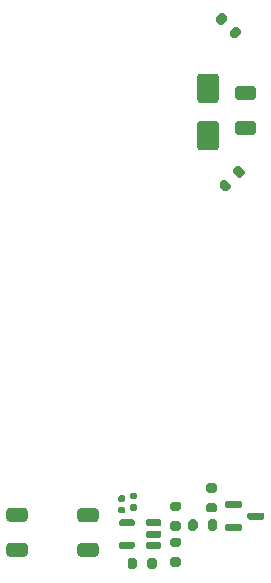
<source format=gbr>
G04 #@! TF.GenerationSoftware,KiCad,Pcbnew,9.0.1+1*
G04 #@! TF.CreationDate,2025-10-07T10:16:08+00:00*
G04 #@! TF.ProjectId,c64psu,63363470-7375-42e6-9b69-6361645f7063,rev?*
G04 #@! TF.SameCoordinates,Original*
G04 #@! TF.FileFunction,Paste,Bot*
G04 #@! TF.FilePolarity,Positive*
%FSLAX46Y46*%
G04 Gerber Fmt 4.6, Leading zero omitted, Abs format (unit mm)*
G04 Created by KiCad (PCBNEW 9.0.1+1) date 2025-10-07 10:16:08*
%MOMM*%
%LPD*%
G01*
G04 APERTURE LIST*
G04 APERTURE END LIST*
G36*
G01*
X197296800Y-52036802D02*
X195996800Y-52036802D01*
G75*
G02*
X195746800Y-51786802I0J250000D01*
G01*
X195746800Y-49786802D01*
G75*
G02*
X195996800Y-49536802I250000J0D01*
G01*
X197296800Y-49536802D01*
G75*
G02*
X197546800Y-49786802I0J-250000D01*
G01*
X197546800Y-51786802D01*
G75*
G02*
X197296800Y-52036802I-250000J0D01*
G01*
G37*
G36*
G01*
X197296800Y-48036800D02*
X195996800Y-48036800D01*
G75*
G02*
X195746800Y-47786800I0J250000D01*
G01*
X195746800Y-45786800D01*
G75*
G02*
X195996800Y-45536800I250000J0D01*
G01*
X197296800Y-45536800D01*
G75*
G02*
X197546800Y-45786800I0J-250000D01*
G01*
X197546800Y-47786800D01*
G75*
G02*
X197296800Y-48036800I-250000J0D01*
G01*
G37*
G36*
G01*
X193628600Y-84830200D02*
X194178600Y-84830200D01*
G75*
G02*
X194378600Y-85030200I0J-200000D01*
G01*
X194378600Y-85430200D01*
G75*
G02*
X194178600Y-85630200I-200000J0D01*
G01*
X193628600Y-85630200D01*
G75*
G02*
X193428600Y-85430200I0J200000D01*
G01*
X193428600Y-85030200D01*
G75*
G02*
X193628600Y-84830200I200000J0D01*
G01*
G37*
G36*
G01*
X193628600Y-86480200D02*
X194178600Y-86480200D01*
G75*
G02*
X194378600Y-86680200I0J-200000D01*
G01*
X194378600Y-87080200D01*
G75*
G02*
X194178600Y-87280200I-200000J0D01*
G01*
X193628600Y-87280200D01*
G75*
G02*
X193428600Y-87080200I0J200000D01*
G01*
X193428600Y-86680200D01*
G75*
G02*
X193628600Y-86480200I200000J0D01*
G01*
G37*
G36*
G01*
X192706400Y-83431201D02*
X192706400Y-83731201D01*
G75*
G02*
X192556400Y-83881201I-150000J0D01*
G01*
X191531400Y-83881201D01*
G75*
G02*
X191381400Y-83731201I0J150000D01*
G01*
X191381400Y-83431201D01*
G75*
G02*
X191531400Y-83281201I150000J0D01*
G01*
X192556400Y-83281201D01*
G75*
G02*
X192706400Y-83431201I0J-150000D01*
G01*
G37*
G36*
G01*
X192706400Y-84381200D02*
X192706400Y-84681200D01*
G75*
G02*
X192556400Y-84831200I-150000J0D01*
G01*
X191531400Y-84831200D01*
G75*
G02*
X191381400Y-84681200I0J150000D01*
G01*
X191381400Y-84381200D01*
G75*
G02*
X191531400Y-84231200I150000J0D01*
G01*
X192556400Y-84231200D01*
G75*
G02*
X192706400Y-84381200I0J-150000D01*
G01*
G37*
G36*
G01*
X192706400Y-85331199D02*
X192706400Y-85631199D01*
G75*
G02*
X192556400Y-85781199I-150000J0D01*
G01*
X191531400Y-85781199D01*
G75*
G02*
X191381400Y-85631199I0J150000D01*
G01*
X191381400Y-85331199D01*
G75*
G02*
X191531400Y-85181199I150000J0D01*
G01*
X192556400Y-85181199D01*
G75*
G02*
X192706400Y-85331199I0J-150000D01*
G01*
G37*
G36*
G01*
X190431400Y-85331199D02*
X190431400Y-85631199D01*
G75*
G02*
X190281400Y-85781199I-150000J0D01*
G01*
X189256400Y-85781199D01*
G75*
G02*
X189106400Y-85631199I0J150000D01*
G01*
X189106400Y-85331199D01*
G75*
G02*
X189256400Y-85181199I150000J0D01*
G01*
X190281400Y-85181199D01*
G75*
G02*
X190431400Y-85331199I0J-150000D01*
G01*
G37*
G36*
G01*
X190431400Y-83431201D02*
X190431400Y-83731201D01*
G75*
G02*
X190281400Y-83881201I-150000J0D01*
G01*
X189256400Y-83881201D01*
G75*
G02*
X189106400Y-83731201I0J150000D01*
G01*
X189106400Y-83431201D01*
G75*
G02*
X189256400Y-83281201I150000J0D01*
G01*
X190281400Y-83281201D01*
G75*
G02*
X190431400Y-83431201I0J-150000D01*
G01*
G37*
G36*
G01*
X179830000Y-82329999D02*
X181130000Y-82329999D01*
G75*
G02*
X181380000Y-82579999I0J-250000D01*
G01*
X181380000Y-83229999D01*
G75*
G02*
X181130000Y-83479999I-250000J0D01*
G01*
X179830000Y-83479999D01*
G75*
G02*
X179580000Y-83229999I0J250000D01*
G01*
X179580000Y-82579999D01*
G75*
G02*
X179830000Y-82329999I250000J0D01*
G01*
G37*
G36*
G01*
X179830000Y-85280001D02*
X181130000Y-85280001D01*
G75*
G02*
X181380000Y-85530001I0J-250000D01*
G01*
X181380000Y-86180001D01*
G75*
G02*
X181130000Y-86430001I-250000J0D01*
G01*
X179830000Y-86430001D01*
G75*
G02*
X179580000Y-86180001I0J250000D01*
G01*
X179580000Y-85530001D01*
G75*
G02*
X179830000Y-85280001I250000J0D01*
G01*
G37*
G36*
G01*
X192283800Y-86745400D02*
X192283800Y-87295400D01*
G75*
G02*
X192083800Y-87495400I-200000J0D01*
G01*
X191683800Y-87495400D01*
G75*
G02*
X191483800Y-87295400I0J200000D01*
G01*
X191483800Y-86745400D01*
G75*
G02*
X191683800Y-86545400I200000J0D01*
G01*
X192083800Y-86545400D01*
G75*
G02*
X192283800Y-86745400I0J-200000D01*
G01*
G37*
G36*
G01*
X190633800Y-86745400D02*
X190633800Y-87295400D01*
G75*
G02*
X190433800Y-87495400I-200000J0D01*
G01*
X190033800Y-87495400D01*
G75*
G02*
X189833800Y-87295400I0J200000D01*
G01*
X189833800Y-86745400D01*
G75*
G02*
X190033800Y-86545400I200000J0D01*
G01*
X190433800Y-86545400D01*
G75*
G02*
X190633800Y-86745400I0J-200000D01*
G01*
G37*
G36*
G01*
X197226600Y-82696000D02*
X196676600Y-82696000D01*
G75*
G02*
X196476600Y-82496000I0J200000D01*
G01*
X196476600Y-82096000D01*
G75*
G02*
X196676600Y-81896000I200000J0D01*
G01*
X197226600Y-81896000D01*
G75*
G02*
X197426600Y-82096000I0J-200000D01*
G01*
X197426600Y-82496000D01*
G75*
G02*
X197226600Y-82696000I-200000J0D01*
G01*
G37*
G36*
G01*
X197226600Y-81046000D02*
X196676600Y-81046000D01*
G75*
G02*
X196476600Y-80846000I0J200000D01*
G01*
X196476600Y-80446000D01*
G75*
G02*
X196676600Y-80246000I200000J0D01*
G01*
X197226600Y-80246000D01*
G75*
G02*
X197426600Y-80446000I0J-200000D01*
G01*
X197426600Y-80846000D01*
G75*
G02*
X197226600Y-81046000I-200000J0D01*
G01*
G37*
G36*
G01*
X199350551Y-53396940D02*
X199739460Y-53785849D01*
G75*
G02*
X199739460Y-54068691I-141421J-141421D01*
G01*
X199456617Y-54351534D01*
G75*
G02*
X199173775Y-54351534I-141421J141421D01*
G01*
X198784866Y-53962625D01*
G75*
G02*
X198784866Y-53679783I141421J141421D01*
G01*
X199067709Y-53396940D01*
G75*
G02*
X199350551Y-53396940I141421J-141421D01*
G01*
G37*
G36*
G01*
X198183825Y-54563666D02*
X198572734Y-54952575D01*
G75*
G02*
X198572734Y-55235417I-141421J-141421D01*
G01*
X198289891Y-55518260D01*
G75*
G02*
X198007049Y-55518260I-141421J141421D01*
G01*
X197618140Y-55129351D01*
G75*
G02*
X197618140Y-54846509I141421J141421D01*
G01*
X197900983Y-54563666D01*
G75*
G02*
X198183825Y-54563666I141421J-141421D01*
G01*
G37*
G36*
G01*
X199170000Y-46619999D02*
X200470000Y-46619999D01*
G75*
G02*
X200720000Y-46869999I0J-250000D01*
G01*
X200720000Y-47519999D01*
G75*
G02*
X200470000Y-47769999I-250000J0D01*
G01*
X199170000Y-47769999D01*
G75*
G02*
X198920000Y-47519999I0J250000D01*
G01*
X198920000Y-46869999D01*
G75*
G02*
X199170000Y-46619999I250000J0D01*
G01*
G37*
G36*
G01*
X199170000Y-49570001D02*
X200470000Y-49570001D01*
G75*
G02*
X200720000Y-49820001I0J-250000D01*
G01*
X200720000Y-50470001D01*
G75*
G02*
X200470000Y-50720001I-250000J0D01*
G01*
X199170000Y-50720001D01*
G75*
G02*
X198920000Y-50470001I0J250000D01*
G01*
X198920000Y-49820001D01*
G75*
G02*
X199170000Y-49570001I250000J0D01*
G01*
G37*
G36*
G01*
X194964600Y-84044200D02*
X194964600Y-83494200D01*
G75*
G02*
X195164600Y-83294200I200000J0D01*
G01*
X195564600Y-83294200D01*
G75*
G02*
X195764600Y-83494200I0J-200000D01*
G01*
X195764600Y-84044200D01*
G75*
G02*
X195564600Y-84244200I-200000J0D01*
G01*
X195164600Y-84244200D01*
G75*
G02*
X194964600Y-84044200I0J200000D01*
G01*
G37*
G36*
G01*
X196614600Y-84044200D02*
X196614600Y-83494200D01*
G75*
G02*
X196814600Y-83294200I200000J0D01*
G01*
X197214600Y-83294200D01*
G75*
G02*
X197414600Y-83494200I0J-200000D01*
G01*
X197414600Y-84044200D01*
G75*
G02*
X197214600Y-84244200I-200000J0D01*
G01*
X196814600Y-84244200D01*
G75*
G02*
X196614600Y-84044200I0J200000D01*
G01*
G37*
G36*
G01*
X189161600Y-81259200D02*
X189501600Y-81259200D01*
G75*
G02*
X189641600Y-81399200I0J-140000D01*
G01*
X189641600Y-81679200D01*
G75*
G02*
X189501600Y-81819200I-140000J0D01*
G01*
X189161600Y-81819200D01*
G75*
G02*
X189021600Y-81679200I0J140000D01*
G01*
X189021600Y-81399200D01*
G75*
G02*
X189161600Y-81259200I140000J0D01*
G01*
G37*
G36*
G01*
X189161600Y-82219200D02*
X189501600Y-82219200D01*
G75*
G02*
X189641600Y-82359200I0J-140000D01*
G01*
X189641600Y-82639200D01*
G75*
G02*
X189501600Y-82779200I-140000J0D01*
G01*
X189161600Y-82779200D01*
G75*
G02*
X189021600Y-82639200I0J140000D01*
G01*
X189021600Y-82359200D01*
G75*
G02*
X189161600Y-82219200I140000J0D01*
G01*
G37*
G36*
G01*
X198070600Y-84107200D02*
X198070600Y-83807200D01*
G75*
G02*
X198220600Y-83657200I150000J0D01*
G01*
X199395600Y-83657200D01*
G75*
G02*
X199545600Y-83807200I0J-150000D01*
G01*
X199545600Y-84107200D01*
G75*
G02*
X199395600Y-84257200I-150000J0D01*
G01*
X198220600Y-84257200D01*
G75*
G02*
X198070600Y-84107200I0J150000D01*
G01*
G37*
G36*
G01*
X198070600Y-82207200D02*
X198070600Y-81907200D01*
G75*
G02*
X198220600Y-81757200I150000J0D01*
G01*
X199395600Y-81757200D01*
G75*
G02*
X199545600Y-81907200I0J-150000D01*
G01*
X199545600Y-82207200D01*
G75*
G02*
X199395600Y-82357200I-150000J0D01*
G01*
X198220600Y-82357200D01*
G75*
G02*
X198070600Y-82207200I0J150000D01*
G01*
G37*
G36*
G01*
X199945601Y-83157200D02*
X199945601Y-82857200D01*
G75*
G02*
X200095601Y-82707200I150000J0D01*
G01*
X201270601Y-82707200D01*
G75*
G02*
X201420601Y-82857200I0J-150000D01*
G01*
X201420601Y-83157200D01*
G75*
G02*
X201270601Y-83307200I-150000J0D01*
G01*
X200095601Y-83307200D01*
G75*
G02*
X199945601Y-83157200I0J150000D01*
G01*
G37*
G36*
G01*
X185840000Y-82349999D02*
X187140000Y-82349999D01*
G75*
G02*
X187390000Y-82599999I0J-250000D01*
G01*
X187390000Y-83249999D01*
G75*
G02*
X187140000Y-83499999I-250000J0D01*
G01*
X185840000Y-83499999D01*
G75*
G02*
X185590000Y-83249999I0J250000D01*
G01*
X185590000Y-82599999D01*
G75*
G02*
X185840000Y-82349999I250000J0D01*
G01*
G37*
G36*
G01*
X185840000Y-85300001D02*
X187140000Y-85300001D01*
G75*
G02*
X187390000Y-85550001I0J-250000D01*
G01*
X187390000Y-86200001D01*
G75*
G02*
X187140000Y-86450001I-250000J0D01*
G01*
X185840000Y-86450001D01*
G75*
G02*
X185590000Y-86200001I0J250000D01*
G01*
X185590000Y-85550001D01*
G75*
G02*
X185840000Y-85300001I250000J0D01*
G01*
G37*
G36*
G01*
X190517600Y-82548000D02*
X190177600Y-82548000D01*
G75*
G02*
X190037600Y-82408000I0J140000D01*
G01*
X190037600Y-82128000D01*
G75*
G02*
X190177600Y-81988000I140000J0D01*
G01*
X190517600Y-81988000D01*
G75*
G02*
X190657600Y-82128000I0J-140000D01*
G01*
X190657600Y-82408000D01*
G75*
G02*
X190517600Y-82548000I-140000J0D01*
G01*
G37*
G36*
G01*
X190517600Y-81588000D02*
X190177600Y-81588000D01*
G75*
G02*
X190037600Y-81448000I0J140000D01*
G01*
X190037600Y-81168000D01*
G75*
G02*
X190177600Y-81028000I140000J0D01*
G01*
X190517600Y-81028000D01*
G75*
G02*
X190657600Y-81168000I0J-140000D01*
G01*
X190657600Y-81448000D01*
G75*
G02*
X190517600Y-81588000I-140000J0D01*
G01*
G37*
G36*
G01*
X197313340Y-40831849D02*
X197702249Y-40442940D01*
G75*
G02*
X197985091Y-40442940I141421J-141421D01*
G01*
X198267934Y-40725783D01*
G75*
G02*
X198267934Y-41008625I-141421J-141421D01*
G01*
X197879025Y-41397534D01*
G75*
G02*
X197596183Y-41397534I-141421J141421D01*
G01*
X197313340Y-41114691D01*
G75*
G02*
X197313340Y-40831849I141421J141421D01*
G01*
G37*
G36*
G01*
X198480066Y-41998575D02*
X198868975Y-41609666D01*
G75*
G02*
X199151817Y-41609666I141421J-141421D01*
G01*
X199434660Y-41892509D01*
G75*
G02*
X199434660Y-42175351I-141421J-141421D01*
G01*
X199045751Y-42564260D01*
G75*
G02*
X198762909Y-42564260I-141421J141421D01*
G01*
X198480066Y-42281417D01*
G75*
G02*
X198480066Y-41998575I141421J141421D01*
G01*
G37*
G36*
G01*
X194178600Y-84232200D02*
X193628600Y-84232200D01*
G75*
G02*
X193428600Y-84032200I0J200000D01*
G01*
X193428600Y-83632200D01*
G75*
G02*
X193628600Y-83432200I200000J0D01*
G01*
X194178600Y-83432200D01*
G75*
G02*
X194378600Y-83632200I0J-200000D01*
G01*
X194378600Y-84032200D01*
G75*
G02*
X194178600Y-84232200I-200000J0D01*
G01*
G37*
G36*
G01*
X194178600Y-82582200D02*
X193628600Y-82582200D01*
G75*
G02*
X193428600Y-82382200I0J200000D01*
G01*
X193428600Y-81982200D01*
G75*
G02*
X193628600Y-81782200I200000J0D01*
G01*
X194178600Y-81782200D01*
G75*
G02*
X194378600Y-81982200I0J-200000D01*
G01*
X194378600Y-82382200D01*
G75*
G02*
X194178600Y-82582200I-200000J0D01*
G01*
G37*
M02*

</source>
